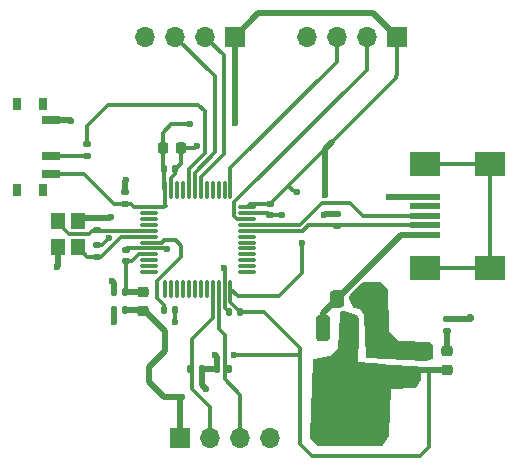
<source format=gbr>
%TF.GenerationSoftware,KiCad,Pcbnew,7.0.11*%
%TF.CreationDate,2024-12-27T12:08:23+01:00*%
%TF.ProjectId,Esp32 dev board,45737033-3220-4646-9576-20626f617264,rev?*%
%TF.SameCoordinates,Original*%
%TF.FileFunction,Copper,L1,Top*%
%TF.FilePolarity,Positive*%
%FSLAX46Y46*%
G04 Gerber Fmt 4.6, Leading zero omitted, Abs format (unit mm)*
G04 Created by KiCad (PCBNEW 7.0.11) date 2024-12-27 12:08:23*
%MOMM*%
%LPD*%
G01*
G04 APERTURE LIST*
G04 Aperture macros list*
%AMRoundRect*
0 Rectangle with rounded corners*
0 $1 Rounding radius*
0 $2 $3 $4 $5 $6 $7 $8 $9 X,Y pos of 4 corners*
0 Add a 4 corners polygon primitive as box body*
4,1,4,$2,$3,$4,$5,$6,$7,$8,$9,$2,$3,0*
0 Add four circle primitives for the rounded corners*
1,1,$1+$1,$2,$3*
1,1,$1+$1,$4,$5*
1,1,$1+$1,$6,$7*
1,1,$1+$1,$8,$9*
0 Add four rect primitives between the rounded corners*
20,1,$1+$1,$2,$3,$4,$5,0*
20,1,$1+$1,$4,$5,$6,$7,0*
20,1,$1+$1,$6,$7,$8,$9,0*
20,1,$1+$1,$8,$9,$2,$3,0*%
G04 Aperture macros list end*
%TA.AperFunction,SMDPad,CuDef*%
%ADD10RoundRect,0.140000X0.170000X-0.140000X0.170000X0.140000X-0.170000X0.140000X-0.170000X-0.140000X0*%
%TD*%
%TA.AperFunction,SMDPad,CuDef*%
%ADD11R,0.800000X1.000000*%
%TD*%
%TA.AperFunction,SMDPad,CuDef*%
%ADD12R,1.500000X0.700000*%
%TD*%
%TA.AperFunction,SMDPad,CuDef*%
%ADD13R,2.500000X0.500000*%
%TD*%
%TA.AperFunction,SMDPad,CuDef*%
%ADD14R,2.500000X2.000000*%
%TD*%
%TA.AperFunction,SMDPad,CuDef*%
%ADD15RoundRect,0.140000X-0.140000X-0.170000X0.140000X-0.170000X0.140000X0.170000X-0.140000X0.170000X0*%
%TD*%
%TA.AperFunction,SMDPad,CuDef*%
%ADD16R,1.200000X1.400000*%
%TD*%
%TA.AperFunction,SMDPad,CuDef*%
%ADD17RoundRect,0.140000X0.140000X0.170000X-0.140000X0.170000X-0.140000X-0.170000X0.140000X-0.170000X0*%
%TD*%
%TA.AperFunction,ComponentPad*%
%ADD18R,1.700000X1.700000*%
%TD*%
%TA.AperFunction,ComponentPad*%
%ADD19O,1.700000X1.700000*%
%TD*%
%TA.AperFunction,SMDPad,CuDef*%
%ADD20RoundRect,0.135000X-0.135000X-0.185000X0.135000X-0.185000X0.135000X0.185000X-0.135000X0.185000X0*%
%TD*%
%TA.AperFunction,SMDPad,CuDef*%
%ADD21RoundRect,0.135000X-0.185000X0.135000X-0.185000X-0.135000X0.185000X-0.135000X0.185000X0.135000X0*%
%TD*%
%TA.AperFunction,SMDPad,CuDef*%
%ADD22RoundRect,0.218750X-0.256250X0.218750X-0.256250X-0.218750X0.256250X-0.218750X0.256250X0.218750X0*%
%TD*%
%TA.AperFunction,SMDPad,CuDef*%
%ADD23RoundRect,0.250000X0.475000X-0.250000X0.475000X0.250000X-0.475000X0.250000X-0.475000X-0.250000X0*%
%TD*%
%TA.AperFunction,SMDPad,CuDef*%
%ADD24RoundRect,0.135000X0.185000X-0.135000X0.185000X0.135000X-0.185000X0.135000X-0.185000X-0.135000X0*%
%TD*%
%TA.AperFunction,SMDPad,CuDef*%
%ADD25RoundRect,0.225000X-0.225000X-0.250000X0.225000X-0.250000X0.225000X0.250000X-0.225000X0.250000X0*%
%TD*%
%TA.AperFunction,SMDPad,CuDef*%
%ADD26RoundRect,0.250000X-0.350000X0.850000X-0.350000X-0.850000X0.350000X-0.850000X0.350000X0.850000X0*%
%TD*%
%TA.AperFunction,SMDPad,CuDef*%
%ADD27RoundRect,0.250000X-1.125000X1.275000X-1.125000X-1.275000X1.125000X-1.275000X1.125000X1.275000X0*%
%TD*%
%TA.AperFunction,SMDPad,CuDef*%
%ADD28RoundRect,0.249997X-2.650003X2.950003X-2.650003X-2.950003X2.650003X-2.950003X2.650003X2.950003X0*%
%TD*%
%TA.AperFunction,SMDPad,CuDef*%
%ADD29RoundRect,0.250000X-0.337500X-0.475000X0.337500X-0.475000X0.337500X0.475000X-0.337500X0.475000X0*%
%TD*%
%TA.AperFunction,SMDPad,CuDef*%
%ADD30RoundRect,0.140000X-0.170000X0.140000X-0.170000X-0.140000X0.170000X-0.140000X0.170000X0.140000X0*%
%TD*%
%TA.AperFunction,SMDPad,CuDef*%
%ADD31RoundRect,0.135000X0.135000X0.185000X-0.135000X0.185000X-0.135000X-0.185000X0.135000X-0.185000X0*%
%TD*%
%TA.AperFunction,SMDPad,CuDef*%
%ADD32RoundRect,0.075000X-0.075000X-0.662500X0.075000X-0.662500X0.075000X0.662500X-0.075000X0.662500X0*%
%TD*%
%TA.AperFunction,SMDPad,CuDef*%
%ADD33RoundRect,0.075000X-0.662500X-0.075000X0.662500X-0.075000X0.662500X0.075000X-0.662500X0.075000X0*%
%TD*%
%TA.AperFunction,ViaPad*%
%ADD34C,0.700000*%
%TD*%
%TA.AperFunction,ViaPad*%
%ADD35C,0.600000*%
%TD*%
%TA.AperFunction,Conductor*%
%ADD36C,0.300000*%
%TD*%
%TA.AperFunction,Conductor*%
%ADD37C,0.500000*%
%TD*%
G04 APERTURE END LIST*
D10*
%TO.P,C6,1*%
%TO.N,+3.3VA*%
X194560000Y-61860000D03*
%TO.P,C6,2*%
%TO.N,GND*%
X194560000Y-60900000D03*
%TD*%
D11*
%TO.P,SW1,*%
%TO.N,*%
X187550000Y-48560000D03*
X185340000Y-48560000D03*
X187550000Y-55860000D03*
X185340000Y-55860000D03*
D12*
%TO.P,SW1,1,A*%
%TO.N,GND*%
X188200000Y-49960000D03*
%TO.P,SW1,2,B*%
%TO.N,/BOOT0*%
X188200000Y-52960000D03*
%TO.P,SW1,3,C*%
%TO.N,+3.3V*%
X188200000Y-54460000D03*
%TD*%
D13*
%TO.P,J1,1,VBUS*%
%TO.N,VBUS*%
X219845000Y-59630000D03*
%TO.P,J1,2,D-*%
%TO.N,/USB_D-*%
X219845000Y-58830000D03*
%TO.P,J1,3,D+*%
%TO.N,/USB_D+*%
X219845000Y-58030000D03*
%TO.P,J1,4,ID*%
%TO.N,unconnected-(J1-ID-Pad4)*%
X219845000Y-57230000D03*
%TO.P,J1,5,GND*%
%TO.N,GND*%
X219845000Y-56430000D03*
D14*
%TO.P,J1,6,Shield*%
%TO.N,unconnected-(J1-Shield-Pad6)*%
X219845000Y-62430000D03*
X225345000Y-62430000D03*
X219845000Y-53630000D03*
X225345000Y-53630000D03*
%TD*%
D15*
%TO.P,C1,1*%
%TO.N,+3.3V*%
X197780000Y-54080000D03*
%TO.P,C1,2*%
%TO.N,GND*%
X198740000Y-54080000D03*
%TD*%
D16*
%TO.P,Y1,1,1*%
%TO.N,/HSE_IN*%
X188800000Y-58500000D03*
%TO.P,Y1,2,2*%
%TO.N,GND*%
X188800000Y-60700000D03*
%TO.P,Y1,3,3*%
%TO.N,/HSE_OUT*%
X190500000Y-60700000D03*
%TO.P,Y1,4,4*%
%TO.N,GND*%
X190500000Y-58500000D03*
%TD*%
D17*
%TO.P,C7,1*%
%TO.N,+3.3VA*%
X194500000Y-64500000D03*
%TO.P,C7,2*%
%TO.N,GND*%
X193540000Y-64500000D03*
%TD*%
D18*
%TO.P,J4,1,Pin_1*%
%TO.N,+3.3V*%
X199180000Y-76830000D03*
D19*
%TO.P,J4,2,Pin_2*%
%TO.N,/I2C2_SCL*%
X201720000Y-76830000D03*
%TO.P,J4,3,Pin_3*%
%TO.N,/I2C2_SDA*%
X204260000Y-76830000D03*
%TO.P,J4,4,Pin_4*%
%TO.N,GND*%
X206800000Y-76830000D03*
%TD*%
D17*
%TO.P,C3,1*%
%TO.N,+3.3V*%
X204250000Y-66190000D03*
%TO.P,C3,2*%
%TO.N,GND*%
X203290000Y-66190000D03*
%TD*%
D20*
%TO.P,R5,1*%
%TO.N,+3.3V*%
X202230000Y-71000000D03*
%TO.P,R5,2*%
%TO.N,/I2C2_SDA*%
X203250000Y-71000000D03*
%TD*%
D21*
%TO.P,R2,1*%
%TO.N,+3.3V*%
X212430000Y-57890000D03*
%TO.P,R2,2*%
%TO.N,/USB_D-*%
X212430000Y-58910000D03*
%TD*%
D22*
%TO.P,D1,1,K*%
%TO.N,/pwr_led_k*%
X221750000Y-69500000D03*
%TO.P,D1,2,A*%
%TO.N,+3.3V*%
X221750000Y-71075000D03*
%TD*%
D23*
%TO.P,C12,1*%
%TO.N,+3.3V*%
X218487500Y-71490000D03*
%TO.P,C12,2*%
%TO.N,GND*%
X218487500Y-69590000D03*
%TD*%
D24*
%TO.P,R3,1*%
%TO.N,/pwr_led_k*%
X221750000Y-67760000D03*
%TO.P,R3,2*%
%TO.N,GND*%
X221750000Y-66740000D03*
%TD*%
D10*
%TO.P,C10,1*%
%TO.N,/HSE_IN*%
X192150000Y-59210000D03*
%TO.P,C10,2*%
%TO.N,GND*%
X192150000Y-58250000D03*
%TD*%
D24*
%TO.P,R1,1*%
%TO.N,/BOOT0*%
X191300000Y-52930000D03*
%TO.P,R1,2*%
%TO.N,Net-(U4-BOOT0)*%
X191300000Y-51910000D03*
%TD*%
D25*
%TO.P,C5,2*%
%TO.N,GND*%
X199215000Y-52290000D03*
%TO.P,C5,1*%
%TO.N,+3.3V*%
X197665000Y-52290000D03*
%TD*%
D18*
%TO.P,J2,1,Pin_1*%
%TO.N,+3.3V*%
X217510000Y-42910000D03*
D19*
%TO.P,J2,2,Pin_2*%
%TO.N,/SWDIO*%
X214970000Y-42910000D03*
%TO.P,J2,3,Pin_3*%
%TO.N,/SWCLK*%
X212430000Y-42910000D03*
%TO.P,J2,4,Pin_4*%
%TO.N,GND*%
X209890000Y-42910000D03*
%TD*%
D10*
%TO.P,C11,1*%
%TO.N,/HSE_OUT*%
X192150000Y-61480000D03*
%TO.P,C11,2*%
%TO.N,GND*%
X192150000Y-60520000D03*
%TD*%
%TO.P,C4,1*%
%TO.N,+3.3V*%
X194500000Y-57000000D03*
%TO.P,C4,2*%
%TO.N,GND*%
X194500000Y-56040000D03*
%TD*%
D26*
%TO.P,U1,1,GND*%
%TO.N,GND*%
X215767500Y-67550000D03*
%TO.P,U1,2,VO*%
%TO.N,+3.3V*%
X213487500Y-67550000D03*
D27*
X215012500Y-72175000D03*
X211962500Y-72175000D03*
D28*
X213487500Y-73850000D03*
D27*
X215012500Y-75525000D03*
X211962500Y-75525000D03*
D26*
%TO.P,U1,3,VI*%
%TO.N,VBUS*%
X211207500Y-67550000D03*
%TD*%
D29*
%TO.P,C13,1*%
%TO.N,VBUS*%
X212412500Y-65040000D03*
%TO.P,C13,2*%
%TO.N,GND*%
X214487500Y-65040000D03*
%TD*%
D18*
%TO.P,J3,1,Pin_1*%
%TO.N,+3.3V*%
X203830000Y-42850000D03*
D19*
%TO.P,J3,2,Pin_2*%
%TO.N,/USART_TX*%
X201290000Y-42850000D03*
%TO.P,J3,3,Pin_3*%
%TO.N,/USART_RX*%
X198750000Y-42850000D03*
%TO.P,J3,4,Pin_4*%
%TO.N,GND*%
X196210000Y-42850000D03*
%TD*%
D15*
%TO.P,C9,1*%
%TO.N,/NRST*%
X197790000Y-66000000D03*
%TO.P,C9,2*%
%TO.N,GND*%
X198750000Y-66000000D03*
%TD*%
D30*
%TO.P,C2,1*%
%TO.N,+3.3V*%
X206750000Y-57020000D03*
%TO.P,C2,2*%
%TO.N,GND*%
X206750000Y-57980000D03*
%TD*%
D17*
%TO.P,C8,1*%
%TO.N,+3.3V*%
X194480000Y-66000000D03*
%TO.P,C8,2*%
%TO.N,GND*%
X193520000Y-66000000D03*
%TD*%
D31*
%TO.P,R4,1*%
%TO.N,+3.3V*%
X201010000Y-71000000D03*
%TO.P,R4,2*%
%TO.N,/I2C2_SCL*%
X199990000Y-71000000D03*
%TD*%
D32*
%TO.P,U4,48,VDD*%
%TO.N,+3.3V*%
X197910000Y-55880000D03*
%TO.P,U4,47,VSS*%
%TO.N,GND*%
X198410000Y-55880000D03*
%TO.P,U4,46,PB9*%
%TO.N,unconnected-(U4-PB9-Pad46)*%
X198910000Y-55880000D03*
%TO.P,U4,45,PB8*%
%TO.N,unconnected-(U4-PB8-Pad45)*%
X199410000Y-55880000D03*
%TO.P,U4,44,BOOT0*%
%TO.N,Net-(U4-BOOT0)*%
X199910000Y-55880000D03*
%TO.P,U4,43,PB7*%
%TO.N,/USART_RX*%
X200410000Y-55880000D03*
%TO.P,U4,42,PB6*%
%TO.N,/USART_TX*%
X200910000Y-55880000D03*
%TO.P,U4,41,PB5*%
%TO.N,unconnected-(U4-PB5-Pad41)*%
X201410000Y-55880000D03*
%TO.P,U4,40,PB4*%
%TO.N,unconnected-(U4-PB4-Pad40)*%
X201910000Y-55880000D03*
%TO.P,U4,39,PB3*%
%TO.N,unconnected-(U4-PB3-Pad39)*%
X202410000Y-55880000D03*
%TO.P,U4,38,PA15*%
%TO.N,unconnected-(U4-PA15-Pad38)*%
X202910000Y-55880000D03*
%TO.P,U4,37,PA14*%
%TO.N,/SWCLK*%
X203410000Y-55880000D03*
D33*
%TO.P,U4,36,VDD*%
%TO.N,+3.3V*%
X204822500Y-57292500D03*
%TO.P,U4,35,VSS*%
%TO.N,GND*%
X204822500Y-57792500D03*
%TO.P,U4,34,PA13*%
%TO.N,/SWDIO*%
X204822500Y-58292500D03*
%TO.P,U4,33,PA12*%
%TO.N,/USB_D+*%
X204822500Y-58792500D03*
%TO.P,U4,32,PA11*%
%TO.N,/USB_D-*%
X204822500Y-59292500D03*
%TO.P,U4,31,PA10*%
%TO.N,unconnected-(U4-PA10-Pad31)*%
X204822500Y-59792500D03*
%TO.P,U4,30,PA9*%
%TO.N,unconnected-(U4-PA9-Pad30)*%
X204822500Y-60292500D03*
%TO.P,U4,29,PA8*%
%TO.N,unconnected-(U4-PA8-Pad29)*%
X204822500Y-60792500D03*
%TO.P,U4,28,PB15*%
%TO.N,unconnected-(U4-PB15-Pad28)*%
X204822500Y-61292500D03*
%TO.P,U4,27,PB14*%
%TO.N,unconnected-(U4-PB14-Pad27)*%
X204822500Y-61792500D03*
%TO.P,U4,26,PB13*%
%TO.N,unconnected-(U4-PB13-Pad26)*%
X204822500Y-62292500D03*
%TO.P,U4,25,PB12*%
%TO.N,unconnected-(U4-PB12-Pad25)*%
X204822500Y-62792500D03*
D32*
%TO.P,U4,24,VDD*%
%TO.N,+3.3V*%
X203410000Y-64205000D03*
%TO.P,U4,23,VSS*%
%TO.N,GND*%
X202910000Y-64205000D03*
%TO.P,U4,22,PB11*%
%TO.N,/I2C2_SDA*%
X202410000Y-64205000D03*
%TO.P,U4,21,PB10*%
%TO.N,/I2C2_SCL*%
X201910000Y-64205000D03*
%TO.P,U4,20,PB2*%
%TO.N,unconnected-(U4-PB2-Pad20)*%
X201410000Y-64205000D03*
%TO.P,U4,19,PB1*%
%TO.N,unconnected-(U4-PB1-Pad19)*%
X200910000Y-64205000D03*
%TO.P,U4,18,PB0*%
%TO.N,unconnected-(U4-PB0-Pad18)*%
X200410000Y-64205000D03*
%TO.P,U4,17,PA7*%
%TO.N,unconnected-(U4-PA7-Pad17)*%
X199910000Y-64205000D03*
%TO.P,U4,16,PA6*%
%TO.N,unconnected-(U4-PA6-Pad16)*%
X199410000Y-64205000D03*
%TO.P,U4,15,PA5*%
%TO.N,unconnected-(U4-PA5-Pad15)*%
X198910000Y-64205000D03*
%TO.P,U4,14,PA4*%
%TO.N,unconnected-(U4-PA4-Pad14)*%
X198410000Y-64205000D03*
%TO.P,U4,13,PA3*%
%TO.N,unconnected-(U4-PA3-Pad13)*%
X197910000Y-64205000D03*
D33*
%TO.P,U4,12,PA2*%
%TO.N,unconnected-(U4-PA2-Pad12)*%
X196497500Y-62792500D03*
%TO.P,U4,11,PA1*%
%TO.N,unconnected-(U4-PA1-Pad11)*%
X196497500Y-62292500D03*
%TO.P,U4,10,PA0*%
%TO.N,unconnected-(U4-PA0-Pad10)*%
X196497500Y-61792500D03*
%TO.P,U4,9,VDDA*%
%TO.N,+3.3VA*%
X196497500Y-61292500D03*
%TO.P,U4,8,VSSA*%
%TO.N,GND*%
X196497500Y-60792500D03*
%TO.P,U4,7,NRST*%
%TO.N,/NRST*%
X196497500Y-60292500D03*
%TO.P,U4,6,PD1*%
%TO.N,/HSE_OUT*%
X196497500Y-59792500D03*
%TO.P,U4,5,PD0*%
%TO.N,/HSE_IN*%
X196497500Y-59292500D03*
%TO.P,U4,4,PC15*%
%TO.N,unconnected-(U4-PC15-Pad4)*%
X196497500Y-58792500D03*
%TO.P,U4,3,PC14*%
%TO.N,unconnected-(U4-PC14-Pad3)*%
X196497500Y-58292500D03*
%TO.P,U4,2,PC13*%
%TO.N,unconnected-(U4-PC13-Pad2)*%
X196497500Y-57792500D03*
%TO.P,U4,1,VBAT*%
%TO.N,+3.3V*%
X196497500Y-57292500D03*
%TD*%
D22*
%TO.P,FB1,1*%
%TO.N,+3.3VA*%
X196000000Y-64500000D03*
%TO.P,FB1,2*%
%TO.N,+3.3V*%
X196000000Y-66075000D03*
%TD*%
D34*
%TO.N,GND*%
X223710000Y-66680000D03*
D35*
X216830000Y-56450000D03*
X207740000Y-57990000D03*
X188740000Y-62340000D03*
X200590000Y-52080000D03*
%TO.N,+3.3V*%
X209490000Y-60320000D03*
X209070000Y-56040000D03*
X211390000Y-56260000D03*
X211350000Y-57930000D03*
X203790000Y-50210000D03*
X199960000Y-50230000D03*
X201330000Y-72710000D03*
X199330000Y-73340000D03*
X202070000Y-69830000D03*
X203690000Y-69810000D03*
%TO.N,GND*%
X215360000Y-69090000D03*
X216230000Y-69120000D03*
X220120000Y-69570000D03*
X215950000Y-65620000D03*
X215920000Y-64440000D03*
X193099643Y-59942500D03*
X193370000Y-63510000D03*
X193560000Y-66980000D03*
X198750000Y-67000000D03*
X198010000Y-60810000D03*
X202870000Y-62490000D03*
X189900000Y-49970000D03*
X193280000Y-58090000D03*
X194570000Y-54990000D03*
%TD*%
D36*
%TO.N,unconnected-(J1-Shield-Pad6)*%
X225345000Y-53630000D02*
X219845000Y-53630000D01*
X225345000Y-62430000D02*
X225345000Y-53630000D01*
X219845000Y-62430000D02*
X225345000Y-62430000D01*
%TO.N,/HSE_OUT*%
X191280000Y-61480000D02*
X190500000Y-60700000D01*
X192150000Y-61480000D02*
X191280000Y-61480000D01*
X192481382Y-61480000D02*
X192150000Y-61480000D01*
X194168882Y-59792500D02*
X192481382Y-61480000D01*
X196497500Y-59792500D02*
X194168882Y-59792500D01*
%TO.N,GND*%
X192522143Y-60520000D02*
X193099643Y-59942500D01*
X192150000Y-60520000D02*
X192522143Y-60520000D01*
X194667500Y-60792500D02*
X196497500Y-60792500D01*
X194560000Y-60900000D02*
X194667500Y-60792500D01*
D37*
%TO.N,/pwr_led_k*%
X221750000Y-67760000D02*
X221750000Y-69500000D01*
%TO.N,GND*%
X223650000Y-66740000D02*
X223710000Y-66680000D01*
X221750000Y-66740000D02*
X223650000Y-66740000D01*
X216850000Y-56430000D02*
X216830000Y-56450000D01*
X219845000Y-56430000D02*
X216850000Y-56430000D01*
D36*
X206750000Y-57980000D02*
X207730000Y-57980000D01*
X207730000Y-57980000D02*
X207740000Y-57990000D01*
D37*
X188800000Y-62280000D02*
X188740000Y-62340000D01*
X188800000Y-60700000D02*
X188800000Y-62280000D01*
X190500000Y-58500000D02*
X190750000Y-58250000D01*
X190750000Y-58250000D02*
X192150000Y-58250000D01*
D36*
X200380000Y-52290000D02*
X200590000Y-52080000D01*
X199215000Y-52290000D02*
X200380000Y-52290000D01*
%TO.N,+3.3V*%
X197930000Y-57180000D02*
X197910000Y-57160000D01*
X197817500Y-57292500D02*
X197930000Y-57180000D01*
X197910000Y-57160000D02*
X197910000Y-55880000D01*
X196497500Y-57292500D02*
X197817500Y-57292500D01*
X208880000Y-56040000D02*
X208305000Y-55465000D01*
X209070000Y-56040000D02*
X208880000Y-56040000D01*
X208305000Y-55465000D02*
X212000000Y-51770000D01*
X206750000Y-57020000D02*
X208305000Y-55465000D01*
X207550000Y-64830000D02*
X209490000Y-62890000D01*
X204035000Y-64830000D02*
X207550000Y-64830000D01*
X203410000Y-64205000D02*
X204035000Y-64830000D01*
X209490000Y-62890000D02*
X209490000Y-60320000D01*
D37*
X211390000Y-52380000D02*
X212000000Y-51770000D01*
D36*
X212000000Y-51770000D02*
X217410000Y-46360000D01*
D37*
X211390000Y-56260000D02*
X211390000Y-52380000D01*
X211390000Y-57890000D02*
X211350000Y-57930000D01*
X212430000Y-57890000D02*
X211390000Y-57890000D01*
D36*
X217510000Y-46120000D02*
X217510000Y-42910000D01*
X217410000Y-46220000D02*
X217510000Y-46120000D01*
X217410000Y-46360000D02*
X217410000Y-46220000D01*
D37*
%TO.N,VBUS*%
X217822500Y-59630000D02*
X212412500Y-65040000D01*
X219845000Y-59630000D02*
X217822500Y-59630000D01*
X211207500Y-66245000D02*
X212412500Y-65040000D01*
X211207500Y-67550000D02*
X211207500Y-66245000D01*
D36*
%TO.N,+3.3VA*%
X194560000Y-64440000D02*
X194500000Y-64500000D01*
X194560000Y-61860000D02*
X194560000Y-64440000D01*
X195089380Y-61860000D02*
X194560000Y-61860000D01*
X195656880Y-61292500D02*
X195089380Y-61860000D01*
X196497500Y-61292500D02*
X195656880Y-61292500D01*
D37*
X196000000Y-64500000D02*
X194500000Y-64500000D01*
%TO.N,+3.3V*%
X195925000Y-66000000D02*
X196000000Y-66075000D01*
X194480000Y-66000000D02*
X195925000Y-66000000D01*
D36*
X191040000Y-54460000D02*
X188200000Y-54460000D01*
X193580000Y-57000000D02*
X191040000Y-54460000D01*
X194500000Y-57000000D02*
X193580000Y-57000000D01*
D37*
X203830000Y-50170000D02*
X203790000Y-50210000D01*
X203830000Y-42850000D02*
X203830000Y-50170000D01*
D36*
X198370000Y-50280000D02*
X199910000Y-50280000D01*
X197665000Y-50985000D02*
X198370000Y-50280000D01*
X199910000Y-50280000D02*
X199960000Y-50230000D01*
X197665000Y-52290000D02*
X197665000Y-50985000D01*
D37*
X205780000Y-40900000D02*
X203830000Y-42850000D01*
X215500000Y-40900000D02*
X205780000Y-40900000D01*
X217510000Y-42910000D02*
X215500000Y-40900000D01*
X199180000Y-73490000D02*
X199330000Y-73340000D01*
X199180000Y-76830000D02*
X199180000Y-73490000D01*
X202230000Y-69990000D02*
X202070000Y-69830000D01*
X202230000Y-71000000D02*
X202230000Y-69990000D01*
X202230000Y-71000000D02*
X201010000Y-71000000D01*
X201010000Y-72390000D02*
X201330000Y-72710000D01*
X201010000Y-71000000D02*
X201010000Y-72390000D01*
X196550000Y-72080000D02*
X197810000Y-73340000D01*
X196520000Y-70840000D02*
X196520000Y-72050000D01*
X197810000Y-73340000D02*
X199330000Y-73340000D01*
X197880000Y-69480000D02*
X196520000Y-70840000D01*
X197880000Y-67770000D02*
X197880000Y-69480000D01*
X196185000Y-66075000D02*
X197880000Y-67770000D01*
X196520000Y-72050000D02*
X196550000Y-72080000D01*
X196000000Y-66075000D02*
X196185000Y-66075000D01*
D36*
X209270000Y-69810000D02*
X203690000Y-69810000D01*
X209270000Y-69810000D02*
X209270000Y-77330000D01*
X209270000Y-69250000D02*
X209270000Y-69810000D01*
X220190000Y-77630000D02*
X220190000Y-71075000D01*
X219450000Y-78370000D02*
X220190000Y-77630000D01*
X210310000Y-78370000D02*
X219450000Y-78370000D01*
X209270000Y-77330000D02*
X210310000Y-78370000D01*
X206210000Y-66190000D02*
X209270000Y-69250000D01*
X204250000Y-66190000D02*
X206210000Y-66190000D01*
D37*
X220190000Y-71075000D02*
X218902500Y-71075000D01*
X221750000Y-71075000D02*
X220190000Y-71075000D01*
X218902500Y-71075000D02*
X218487500Y-71490000D01*
%TO.N,GND*%
X193540000Y-63680000D02*
X193370000Y-63510000D01*
X193540000Y-64500000D02*
X193540000Y-63680000D01*
X193520000Y-66940000D02*
X193560000Y-66980000D01*
X193520000Y-66000000D02*
X193520000Y-66940000D01*
D36*
X198750000Y-66000000D02*
X198750000Y-67000000D01*
%TO.N,/NRST*%
X197790000Y-65620000D02*
X197790000Y-66000000D01*
X197200000Y-65030000D02*
X197790000Y-65620000D01*
X199260000Y-60550000D02*
X199260000Y-61514380D01*
X198830000Y-60120000D02*
X199260000Y-60550000D01*
X197200000Y-63574380D02*
X197200000Y-65030000D01*
X197780761Y-60120000D02*
X198830000Y-60120000D01*
X199260000Y-61514380D02*
X197200000Y-63574380D01*
X196497500Y-60292500D02*
X197608261Y-60292500D01*
X197608261Y-60292500D02*
X197780761Y-60120000D01*
%TO.N,GND*%
X197992500Y-60792500D02*
X198010000Y-60810000D01*
X196497500Y-60792500D02*
X197992500Y-60792500D01*
X202910000Y-62530000D02*
X202870000Y-62490000D01*
X202910000Y-64205000D02*
X202910000Y-62530000D01*
D37*
X189890000Y-49960000D02*
X189900000Y-49970000D01*
X188200000Y-49960000D02*
X189890000Y-49960000D01*
X192150000Y-58250000D02*
X193120000Y-58250000D01*
X193120000Y-58250000D02*
X193280000Y-58090000D01*
X194500000Y-55060000D02*
X194570000Y-54990000D01*
X194500000Y-56040000D02*
X194500000Y-55060000D01*
D36*
%TO.N,+3.3V*%
X203410000Y-65300000D02*
X203410000Y-64205000D01*
X204250000Y-66140000D02*
X203410000Y-65300000D01*
X204250000Y-66190000D02*
X204250000Y-66140000D01*
%TO.N,GND*%
X202910000Y-65810000D02*
X202910000Y-64205000D01*
X203290000Y-66190000D02*
X202910000Y-65810000D01*
%TO.N,/I2C2_SDA*%
X202410000Y-67580538D02*
X202410000Y-64205000D01*
X202943154Y-68113692D02*
X202410000Y-67580538D01*
X202943154Y-71883154D02*
X202943154Y-68113692D01*
X204260000Y-73200000D02*
X202943154Y-71883154D01*
X204260000Y-76830000D02*
X204260000Y-73200000D01*
%TO.N,/I2C2_SCL*%
X201910000Y-66700000D02*
X201910000Y-64205000D01*
X200170000Y-72710000D02*
X200170000Y-68440000D01*
X200170000Y-68440000D02*
X201910000Y-66700000D01*
X201720000Y-76830000D02*
X201720000Y-74260000D01*
X201720000Y-74260000D02*
X200170000Y-72710000D01*
%TO.N,/HSE_IN*%
X188800000Y-58600000D02*
X188800000Y-58500000D01*
X191450000Y-59550000D02*
X189750000Y-59550000D01*
X189750000Y-59550000D02*
X188800000Y-58600000D01*
X191707500Y-59292500D02*
X191450000Y-59550000D01*
X196497500Y-59292500D02*
X191707500Y-59292500D01*
%TO.N,/SWCLK*%
X212430000Y-45000000D02*
X212430000Y-42910000D01*
X203410000Y-54020000D02*
X212430000Y-45000000D01*
X203410000Y-55880000D02*
X203410000Y-54020000D01*
%TO.N,/SWDIO*%
X203735000Y-56895620D02*
X214970000Y-45660620D01*
X214970000Y-45660620D02*
X214970000Y-42910000D01*
X203981880Y-58292500D02*
X203735000Y-58045620D01*
X204822500Y-58292500D02*
X203981880Y-58292500D01*
X203735000Y-58045620D02*
X203735000Y-56895620D01*
%TO.N,/BOOT0*%
X191270000Y-52960000D02*
X191300000Y-52930000D01*
X188200000Y-52960000D02*
X191270000Y-52960000D01*
%TO.N,Net-(U4-BOOT0)*%
X191300000Y-50390000D02*
X191300000Y-51910000D01*
X200700000Y-48610000D02*
X193080000Y-48610000D01*
X201240000Y-49150000D02*
X200700000Y-48610000D01*
X193080000Y-48610000D02*
X191300000Y-50390000D01*
X201240000Y-52700000D02*
X201240000Y-49150000D01*
X199910000Y-54030000D02*
X201240000Y-52700000D01*
X199910000Y-55880000D02*
X199910000Y-54030000D01*
%TO.N,/USART_RX*%
X202120000Y-52670000D02*
X202120000Y-46220000D01*
X202120000Y-46220000D02*
X198750000Y-42850000D01*
X200410000Y-54380000D02*
X202120000Y-52670000D01*
X200410000Y-55880000D02*
X200410000Y-54380000D01*
%TO.N,/USART_TX*%
X202850000Y-44410000D02*
X201290000Y-42850000D01*
X202850000Y-52800000D02*
X202850000Y-44410000D01*
X200910000Y-54740000D02*
X202850000Y-52800000D01*
X200910000Y-55880000D02*
X200910000Y-54740000D01*
%TO.N,+3.3V*%
X195282500Y-57292500D02*
X196497500Y-57292500D01*
X194990000Y-57000000D02*
X195282500Y-57292500D01*
X194500000Y-57000000D02*
X194990000Y-57000000D01*
%TO.N,/USB_D-*%
X209997106Y-58830000D02*
X209534606Y-59292500D01*
X219845000Y-58830000D02*
X209997106Y-58830000D01*
X209534606Y-59292500D02*
X204822500Y-59292500D01*
%TO.N,/USB_D+*%
X209327500Y-58792500D02*
X204822500Y-58792500D01*
X211190000Y-56930000D02*
X209327500Y-58792500D01*
X219845000Y-58030000D02*
X214610000Y-58030000D01*
X214610000Y-58030000D02*
X213510000Y-56930000D01*
X213510000Y-56930000D02*
X211190000Y-56930000D01*
%TO.N,+3.3V*%
X197665000Y-53965000D02*
X197780000Y-54080000D01*
X197665000Y-52290000D02*
X197665000Y-53965000D01*
%TO.N,GND*%
X199215000Y-52290000D02*
X199215000Y-53605000D01*
X199215000Y-53605000D02*
X198740000Y-54080000D01*
X206562500Y-57792500D02*
X204822500Y-57792500D01*
X206750000Y-57980000D02*
X206562500Y-57792500D01*
%TO.N,+3.3V*%
X205095000Y-57020000D02*
X204822500Y-57292500D01*
X206750000Y-57020000D02*
X205095000Y-57020000D01*
X197780000Y-55750000D02*
X197910000Y-55880000D01*
X197780000Y-54080000D02*
X197780000Y-55750000D01*
%TO.N,GND*%
X198410000Y-54830000D02*
X198410000Y-55880000D01*
X198740000Y-54500000D02*
X198410000Y-54830000D01*
X198740000Y-54080000D02*
X198740000Y-54500000D01*
%TD*%
%TA.AperFunction,Conductor*%
%TO.N,GND*%
G36*
X216156387Y-63669272D02*
G01*
X216223153Y-63689865D01*
X216246192Y-63709559D01*
X216349986Y-63823008D01*
X216634711Y-64134219D01*
X216644523Y-64146407D01*
X216738300Y-64279258D01*
X216760879Y-64345379D01*
X216760956Y-64347615D01*
X216843321Y-67587320D01*
X216850000Y-67850000D01*
X217640000Y-68610000D01*
X217639999Y-68610000D01*
X217809558Y-68615892D01*
X220183395Y-68698380D01*
X220249710Y-68720381D01*
X220263988Y-68731928D01*
X220521898Y-68974208D01*
X220557282Y-69034455D01*
X220560976Y-69062268D01*
X220578537Y-70001767D01*
X220560109Y-70069162D01*
X220510013Y-70114993D01*
X220217998Y-70261000D01*
X220180081Y-70272845D01*
X219931284Y-70308388D01*
X219908605Y-70309527D01*
X214975018Y-70104773D01*
X214908853Y-70082326D01*
X214865327Y-70027670D01*
X214856227Y-69984946D01*
X214740000Y-66440000D01*
X214410000Y-65900000D01*
X214409999Y-65899999D01*
X213906441Y-65838159D01*
X213842301Y-65810450D01*
X213810367Y-65769975D01*
X213470034Y-65080582D01*
X213458009Y-65011755D01*
X213460815Y-64996063D01*
X213526296Y-64730042D01*
X213559017Y-64672007D01*
X214546093Y-63684930D01*
X214607413Y-63651448D01*
X214635444Y-63648625D01*
X216156387Y-63669272D01*
G37*
%TD.AperFunction*%
%TD*%
%TA.AperFunction,Conductor*%
%TO.N,+3.3V*%
G36*
X213129107Y-66082655D02*
G01*
X213140436Y-66093888D01*
X213583809Y-66259066D01*
X214098802Y-66450926D01*
X214154752Y-66492776D01*
X214170475Y-66520650D01*
X214320924Y-66892814D01*
X214327800Y-66962345D01*
X214320424Y-66986979D01*
X214290000Y-67059997D01*
X214290000Y-67059998D01*
X214309948Y-68556151D01*
X214309813Y-68563829D01*
X214231889Y-70165621D01*
X214220000Y-70410000D01*
X216474763Y-70548450D01*
X216522616Y-70561308D01*
X216640000Y-70620000D01*
X219183545Y-70718206D01*
X219249774Y-70740463D01*
X219263826Y-70751893D01*
X219539843Y-71012138D01*
X219575116Y-71072450D01*
X219578745Y-71105176D01*
X219560857Y-71892273D01*
X219539654Y-71958848D01*
X219538272Y-71960853D01*
X219096396Y-72588317D01*
X219041702Y-72631794D01*
X218996793Y-72640907D01*
X216970000Y-72669999D01*
X216851064Y-76614683D01*
X216830479Y-76679451D01*
X216316941Y-77454263D01*
X216263496Y-77499268D01*
X216213132Y-77509757D01*
X210819952Y-77490181D01*
X210752984Y-77470253D01*
X210734123Y-77455244D01*
X210169604Y-76908366D01*
X210135150Y-76847582D01*
X210131962Y-76814891D01*
X210136785Y-76679451D01*
X210366371Y-70231913D01*
X210388427Y-70165621D01*
X210442826Y-70121774D01*
X210470691Y-70113889D01*
X211870000Y-69890000D01*
X212480000Y-69320000D01*
X212648893Y-66369339D01*
X212656952Y-66331922D01*
X212721709Y-66163554D01*
X212764146Y-66108052D01*
X212828607Y-66084385D01*
X213060836Y-66067797D01*
X213129107Y-66082655D01*
G37*
%TD.AperFunction*%
%TD*%
M02*

</source>
